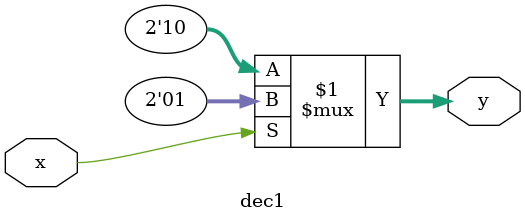
<source format=v>

`timescale 1 ns / 1 ps

module mips(input         clk, reset,
            output [31:0] pcF,
            input  [31:0] instrF,
            output        memwriteM,
            output [3:0]  byteenM,
            output [31:0] aluoutM, writedataM,
            input  [31:0] readdataM,
            input         instrackF, dataackM);

  wire [5:0]  opD, functD;
  wire [4:0]  rsD, rtD, rdD;
  wire        regdstE, alusrcE, 
              unsignedD, loadsignedM, rdsrcD, linkD, linkE, luiE,
              overflowableE, overflowE,
              memtoregE, memtoregM, memtoregW, regwriteE, regwriteM, regwriteW,
              byteM, hardwordM,
              aeqzD, aeqbD, agtzD, altzD,
              bdsF, bdsD, bdsE, bdsM,
              syscallE, breakE, riI, fpu,
              adesableE, adelableE, adesthrownE, misaligned;
  wire [2:0]  alushcontrolE;
  wire [1:0]  pcbranchsrcD, aluoutsrcE, pcsrcFD, excstage;
  wire        flushE, flushM;
  wire [31:0] cop0readD, writedataW;
  wire [31:0] pcD, pcE, pcM, pcW;
  wire [4:0]  writeregW;

  // Globals
  wire        re, swc, isc, exception;

  controller c(clk, reset, exception, opD, functD, rsD, rtD, flushE, flushM,
               aeqzD, aeqbD, agtzD, altzD, 
               memtoregE, memtoregM, memtoregW, memwriteM, 
               byteM, halfwordM, branchD,
               alusrcE, unsignedD, loadsignedM,
               regdstE, regwriteE, regwriteM, 
               regwriteW, jumpD, overflowableE,
               aluoutsrcE, alushcontrolE, linkD, linkE, luiE,
               rdsrcD, pcsrcFD, pcbranchsrcD, cop0writeW, 
               bdsF, bdsD, bdsE, bdsM,
               syscallE, breakE, riI, fpuE,
               adesableE, adelableE, adesthrownE);
  datapath dp(clk, reset, memtoregE, memtoregM, memtoregW, byteM, halfwordM,
              branchD, 
              unsignedD, loadsignedM, alusrcE, regdstE, regwriteE, 
              regwriteM, regwriteW, jumpD, aluoutsrcE, linkD, linkE, luiE,
              rdsrcD, pcsrcFD, pcbranchsrcD, alushcontrolE, cop0readD,
              pcF, pcD, pcE, pcM, pcW, instrF,
              aluoutM, writedataM, readdataM, instrackF, dataackM, 
              exception, excstage,
              opD, functD, rsD, rtD, rdD, aeqzD, aeqbD, agtzD, altzD, 
              flushE, flushM, overflowE,
              writedataW, writeregW, byteenM, misaligned);

  coprocessor0 cop0(clk, reset, cop0writeW, rdD, writeregW, writedataW, 
                    overflowableE, overflowE, pcF, pcD, pcE, pcM, pcW,
                    bdsF, bdsD, bdsE, bdsM,
                    syscallE, breakE, riI, fpuE,
                    adesableE, adelableE, adesthrownE, misaligned, 
                    cop0readD, re, swc, isc, exception, excstage
                    );
endmodule

module controller(input        clk, reset, exception,
                  input  [5:0] opD, functD,
                  input  [4:0] rsD, rtD,
                  input        flushE, flushM,
                  input        aeqzD, aeqbD, agtzD, altzD,
                  output       memtoregE, memtoregM, memtoregW, memwriteM,
                  output       byteM, halfwordM,
                  output       branchD, alusrcE, unsignedD, 
                  output       loadsignedM,
                  output       regdstE, regwriteE, regwriteM, regwriteW,
                  output       jumpD, overflowableE,
                  output [1:0] aluoutsrcE, 
                  output [2:0] alushcontrolE, 
                  output       linkD, linkE, luiE,
                  output       rdsrcD, 
                  output [1:0] pcsrcFD, pcbranchsrcD,
                  output       cop0writeW, bdsF, bdsD, bdsE, bdsM,
                  output       syscallE, breakE, riI, fpuE,
                  output       adesableE, adelableE, adesthrownE);

  wire       memtoregD, memwriteD, alusrcD, mainregwrite, luiD,
             regdstD, regwriteD, maindecuseshifterD, maindecregdstD, 
             alushdecoverflowableD, maindecoverflowableD, overflowableD,
             useshifterD, cop0readD, cop0writeD, rfeD,
             loadsignedD, loadsignedE,
	           syscallD, breakD, riD, fpuD,
             adesableD, adelableD, adesthrownD;
  wire       byteD, halfwordD, byteE, halfwordE;
  reg  [1:0] aluoutsrcD;
  wire       ltD, gtD, eqD, brsrcD;
  wire [2:0] alushcontmaindecD, alushcontrolD;
  wire       memwriteE;
  wire       cop0writeE, cop0writeM;

  assign #1 regwriteD = mainregwrite | linkD | cop0readD;
  assign #1 regdstD = maindecregdstD | cop0writeD;
  assign #1 overflowableD = maindecoverflowableD | alushdecoverflowableD;
  assign #1 bdsF = branchD | jumpD;

  maindec md(opD, memtoregD, memwriteD, byteD, halfwordD, loadsignedD,
             alusrcD, maindecregdstD, mainregwrite, unsignedD, luiD,
             maindecuseshifterD, maindecoverflowableD, alushcontmaindecD,
             riD, fpuD, adesableD, adelableD);

  alushdec  ad(functD, maindecuseshifterD, alushcontmaindecD, useshifterD,
             alushcontrolD, alushdecoverflowableD, syscallD, breakD);

  branchdec bd(opD, rtD, functD, jumpD, branchD, ltD, gtD, eqD, brsrcD, linkD);

  branchcontroller  bc(reset, exception, jumpD, branchD, linkD, aeqzD, aeqbD, 
                       agtzD, altzD, 
                       ltD, gtD, eqD, brsrcD, rdsrcD, pcsrcFD, pcbranchsrcD);
  
  cop0dec c0dec(opD, rsD, functD, cop0readD, cop0writeD, rfeD); 

  // Chooses which component is selected as aluout
  always @ ( * )
    if(linkD)
      aluoutsrcD <= 2'b10; // PC+8
    else if (cop0readD)
      aluoutsrcD <= 2'b11; // cop0 read
    else if (useshifterD)
      aluoutsrcD <= 2'b01; // shifter
    else
      aluoutsrcD <= 2'b00; // alu

  // pipeline registers
  floprc #(1) regD(clk, reset, flushE, {bdsF}, {bdsD});
  floprc #(24) regE(clk, reset, flushE,
                  {memtoregD, memwriteD, alusrcD, regdstD, regwriteD, 
                  aluoutsrcD, alushcontrolD, loadsignedD, luiD, cop0writeD,
                  byteD, halfwordD, overflowableD, bdsD,
		              syscallD, breakD, riD, fpuD,
		              adesableD, adelableD, adesthrownD}, 
                  {memtoregE, memwriteE, alusrcE, regdstE, regwriteE,  
                  aluoutsrcE, alushcontrolE, loadsignedE, luiE, cop0writeE,
                  byteE, halfwordE, overflowableE, bdsE,
		              syscallE, breakE, riE, fpuE,
		              adesableE, adelableE, adesthrownE});
  floprc #(8) regM(clk, reset, flushM,
                  {memtoregE, memwriteE, regwriteE, cop0writeE, loadsignedE,
                  byteE, halfwordE, bdsE},
                  {memtoregM, memwriteM, regwriteM, cop0writeM, loadsignedM,
                  byteM, halfwordM, bdsM});
  flopr #(3) regW(clk, reset, 
                  {memtoregM, regwriteM, cop0writeM},
                  {memtoregW, regwriteW, cop0writeW});
endmodule

module maindec(input  [5:0] op,
               output       memtoreg, memwrite, byte, halfword, loadsignedD,
               output       alusrc,
               output       regdst, regwrite, 
               output       unsignedD, lui, useshift, overflowable,
               output [2:0] alushcontrol,
               output       riD, fpuD,
               output       adesableD, adelableD);

  reg [16:0] controls;
 
  assign {regwrite, /* regwrite is also enabled by branchdec and cop0dec */
          regdst,   /* regdst is also enabled by cop0dec */ 
          overflowable, /* overflowable is also enabled by alushdec */
          alusrc,
          memwrite,
          memtoreg, byte, halfword, loadsignedD,
          useshift, alushcontrol /* 3 bits */,
          unsignedD, lui, adesableD, adelableD} = controls;

  // we're just wiring it together for now.	  
  assign { riD, fpuD } = 4'b00;

  always @ ( * )
    case(op)
      6'b000000: controls <= 17'b11000000001010000; //R-type
      6'b000001: controls <= 17'b01000000001010000; //Opcode 1 (branches)
      6'b100000: controls <= 17'b10010110100100000; //LB (assume big endian)
      6'b100001: controls <= 17'b10010101100100001; //LH
      6'b100011: controls <= 17'b10010100100100001; //LW
      6'b100100: controls <= 17'b10010110000101000; //LBU
      6'b100101: controls <= 17'b10010101000101000; //LHU
      6'b101000: controls <= 17'b00011010000100000; //SB
      6'b101001: controls <= 17'b00011001000100010; //SH
      6'b101011: controls <= 17'b00011000000100010; //SW
      6'b001000: controls <= 17'b10110000000100000; //ADDI (treated as ADDIU)
      6'b001001: controls <= 17'b10010000000100000; //ADDIU
      6'b001010: controls <= 17'b10010000001110000; //SLTI
      6'b001011: controls <= 17'b10010000000110000; //SLTIU 
      6'b001100: controls <= 17'b10010000000001000; //ANDI
      6'b001101: controls <= 17'b10010000000011000; //ORI
      6'b001110: controls <= 17'b10010000001001000; //XORI
      6'b001111: controls <= 17'b10010000010101100; //LUI
      6'b000010: controls <= 17'b00000000000100000; //J
      6'b000011: controls <= 17'b11000000000100000; //JAL
      6'b000100: controls <= 17'b00000000001100000; //BEQ
      6'b000101: controls <= 17'b00000000001100000; //BNE
      6'b000110: controls <= 17'b00000000001100000; //BLEZ
      6'b000111: controls <= 17'b00000000001100000; //BGTZ
      6'b010000: controls <= 17'b00000000000100000; //MFC0, MTC0, RFE
      default:   
        begin
          // TODO: unknown opcodes should throw an exception
          controls <= 17'bxxxxxxxxxxxxxxxxx;  //???
          //$stop;
        end
    endcase

endmodule

// ALU and Shifter decoders
module alushdec(input      [5:0] funct,
                input            maindecuseshifter, 
                input      [2:0] alushmaincontrol,
                output           useshifter, /* True when using shifts */
                output     [2:0] alushcontrol,
                output           overflowable, syscallD, breakD);

  reg [3:0] functcontrol;
  wire usefunct;

  // The pattern 0101 indicates that we have an R-type and should use the 
  // funct code (0101 is also the nor command, of which there is no immediate
  // equivalent; hence 0101 is available)
  assign #1 usefunct = ({maindecuseshifter, alushmaincontrol} == 4'b0101);
  assign #1 {useshifter, alushcontrol} = 
    (usefunct ? functcontrol : {maindecuseshifter, alushmaincontrol});

  assign #1 overflowable = (usefunct &   (funct == 6'b100000)   // ADD
                                       | (funct == 6'b100010)); // SUB
                                       
  assign #1 syscallD = (usefunct & funct == 6'b001100);
  assign #1 breakD = (usefunct & funct == 6'b001100);
  
  always @ ( * )
      case(funct)
          // ALU Ops
          6'b100000: functcontrol <= 4'b0010; // ADD (same as ADDU)
          6'b100001: functcontrol <= 4'b0010; // ADDU
          6'b100010: functcontrol <= 4'b0110; // SUB (same as SUBU)
          6'b100011: functcontrol <= 4'b0110; // SUBU
          6'b100100: functcontrol <= 4'b0000; // AND
          6'b100101: functcontrol <= 4'b0001; // OR
          6'b100110: functcontrol <= 4'b0100; // XOR
          6'b100111: functcontrol <= 4'b0101; // NOR
          6'b101010: functcontrol <= 4'b0111; // SLT
          6'b101011: functcontrol <= 4'b0011; // SLTU

          // Shift Ops
          // The lower 3 bits are: {constant, left, rightassociative}
          6'b000000: functcontrol <= 4'b1110; // SLL
          6'b000010: functcontrol <= 4'b1100; // SRL
          6'b000011: functcontrol <= 4'b1101; // SRA
          6'b000100: functcontrol <= 4'b1010; // SLLV
          6'b000110: functcontrol <= 4'b1000; // SRLV
          6'b000111: functcontrol <= 4'b1001; // SRAV

          // Branch Ops (These are all don't cares)

          default:   functcontrol <= 4'bxxxx; // ???
      endcase
endmodule

// Branch decoder
module branchdec(input  [5:0] op,
                 input  [4:0] rt,
                 input  [5:0] funct,
                 output       jump,
                 output       branch,
                 output       lt, gt, eq, src,
                 output       link);

  reg [6:0] controls;

  assign #1 {jump, branch, lt, gt, eq, src, link} = controls;

  always @ ( * )
    case(op)
      6'b000010: controls <= 7'b1011100;      // J
      6'b000011: controls <= 7'b1011101;      // JAL
      6'b000000: // R-type
        case(funct)
          6'b001000: controls <= 7'b1011110;  // JR
          6'b001001: controls <= 7'b1011111;  // JALR
          default:   controls <= 7'b0000000;  // Another R-type, no branching
        endcase
      6'b000001: // Opcode 1
        case(rt)
          5'b00000: controls <= 7'b0110000;   // BLTZ
          5'b00001: controls <= 7'b0101100;   // BGEZ
          5'b10000: controls <= 7'b0110001;   // BLTZAL
          5'b10001: controls <= 7'b0101101;   // BGEZAL
          default:  controls <= 7'bxxxxxxx;   // Error, unsupported instruction
        endcase
      6'b000100: controls <= 7'b0100110;      // BEQ
      6'b000101: controls <= 7'b0111010;      // BNE
      6'b000110: controls <= 7'b0110100;      // BLEZ
      6'b000111: controls <= 7'b0101000;      // BGTZ
      default:   controls <= 7'b0000000;      // All others, no branching
    endcase
endmodule

module cop0dec(input [5:0] op,
               input [4:0] rs,
               input [5:0] funct,
               output      cop0read, cop0write, rfe);

  // TODO: move signals like this to the main decoder            
  wire opcode16 = (op == 6'b010000);

  assign #1 cop0read = (opcode16 & (rs == 5'b00000));                    // MFC0
  assign #1 cop0write = (opcode16 & (rs == 5'b00100));                   // MTC0
  assign #1 rfe = (opcode16 & (rs == 5'b10000) & (funct == 6'b010000));  // RFE

endmodule

module datapath(input         clk, reset,
                input         memtoregE, memtoregM, memtoregW, byteM, halfwordM,
                input         branchD, unsignedD, loadsignedM,
                input         alusrcE, regdstE,
                input         regwriteE, regwriteM, regwriteW, 
                input         jumpD, 
                input  [1:0]  aluoutsrcE, 
                input         linkD, linkE, luiE,
                input         rdsrcD, 
                input  [1:0]  pcsrcFD, pcbranchsrcD,
                input  [2:0]  alushcontrolE,
                input  [31:0] cop0readD,
                output [31:0] pcF, pcD, pcE, pcM, pcW,
                input  [31:0] instrF,
                output [31:0] aluoutM, writedata2M,
                input  [31:0] readdataM, 
                input         instrackF, dataackM, exception,
                input  [1:0]  excstage,
                output [5:0]  opD, functD,
                output [4:0]  rsD, rtD, rdD,
                output        aeqzD, aeqbD, agtzD, altzD,
                output        flushE, flushM, overflowE,
                output [31:0] writedataW,
                output [4:0]  writeregW,
                output [3:0]  byteenM,
                output        misaligned);

  parameter RESETVECTORUNCACHED = 32'hbfc00000;
  parameter EXCEPTIONVECTORUNCACHED = 32'hbfc00100;
  // Curretly, cached exceptions are not supported
  parameter EXCEPTIONVECTORCACHED = 32'h9fc00100;  // TODO: Double-check value

  wire        forwardaD, forwardbD;
  wire [1:0]  forwardaE, forwardbE;
  wire        stallF, flushD;
  wire [4:0]  rd2D, rsE, rtE, rdE;
  wire [4:0]  writeregE, writeregM;
  wire [31:0] writedataM;
  wire [7:0]  rbyteM;
  wire [15:0] rhalfwordM;
  wire [31:0] rbyteextM, rhalfwordextM, readdata2M;
  wire [3:0]  bytebyteenM, halfwordbyteenM;
  wire [31:0] pcnextFD, pcnextbrFD, pcplus4F;
  wire [31:0] signimmD, signimmE;
  wire [31:0] srcaD, srca2D, srcaE, srca2E;
  wire [31:0] srcbD, srcb2D, srcbE, srcb2E, srcb3E;
  wire [31:0] pcplus8D, pcplus8E, instrD, branchtargetD;
  wire [31:0] aluresultE, shiftresultE, cop0readE;
  wire [31:0] aluoutE, aluoutW;
  wire [31:0] readdataW, resultW;


  // hazard detection
  hazard    h(rsD, rtD, rsE, rtE, writeregE, writeregM, writeregW, 
              regwriteE, regwriteM, regwriteW, 
              memtoregE, memtoregM, branchD,
              instrackF, dataackM, exception, excstage,
              forwardaD, forwardbD, forwardaE, forwardbE,
              stallF, stallD, flushD, flushE, flushM);

  // next PC logic (operates in fetch and decode)
  mux4 #(32)  pcmux(RESETVECTORUNCACHED, EXCEPTIONVECTORUNCACHED,
                    pcplus4F, pcnextbrFD, pcsrcFD, pcnextFD); 

  // register file (operates in decode and writeback)
  regfile     rf(clk, regwriteW, rsD, rtD, writeregW,
                 resultW, srcaD, srcbD);

  // Fetch stage logic
  flopenr #(32) pcreg(clk, reset, ~stallF, pcnextFD, pcF);
  adder       pcadd1(pcF, 32'b100, pcplus4F);

  // Decode stage 
  flopenr #(32) r3D(clk, reset, ~stallD, pcF, pcD);
  flopenrc #(32) r2D(clk, reset, ~stallD, flushD, instrF, instrD);
  signext #(16,32) se(instrD[15:0], ~unsignedD, signimmD);
  mux2 #(32)  forwardadmux(srcaD, aluoutM, forwardaD, srca2D);
  mux2 #(32)  forwardbdmux(srcbD, aluoutM, forwardbD, srcb2D);
  eqcmp       comp(srca2D, srcb2D, equalD);
  adder       pcadd2(pcD, 32'b1000, pcplus8D);
  adder btadd(pcD, {signimmD[29:0], 2'b00}, branchtargetD);
  // TODO: Make these into individual modules
  assign #1 {aeqzD, aeqbD, agtzD, altzD} = {srca2D == 0, srca2D == srcb2D, 
                                            ~srca2D[31] & (srca2D[30:0] !== 0),
                                            srca2D[31]};
  mux3 #(32)  pcbranchmux(branchtargetD, {pcD[31:28], instrD[25:0], 2'b00}, 
                          srca2D, pcbranchsrcD, pcnextbrFD);
  mux2 #(5)  rdmux(rdD, 5'b11111, rdsrcD, rd2D);

  // Instruction breakdown
  assign opD = instrD[31:26];
  assign functD = instrD[5:0];
  assign rsD = instrD[25:21];
  assign rtD = instrD[20:16];
  assign rdD = instrD[15:11];

  // Execute stage 
  floprc #(32) r1E(clk, reset, flushE, srcaD, srcaE);
  floprc #(32) r2E(clk, reset, flushE, srcbD, srcbE);
  floprc #(32) r3E(clk, reset, flushE, signimmD, signimmE);
  floprc #(5)  r4E(clk, reset, flushE, rsD, rsE);
  floprc #(5)  r5E(clk, reset, flushE, rtD, rtE);
  floprc #(5)  r6E(clk, reset, flushE, rd2D, rdE);
  floprc #(32) r7E(clk, reset, flushE, pcplus8D, pcplus8E);
  floprc #(32) r8E(clk, reset, flushE, cop0readD, cop0readE);
  floprc #(32) r9E(clk, reset, flushE, pcD, pcE);
  mux3 #(32)  forwardaemux(srcaE, resultW, aluoutM, forwardaE, srca2E);
  mux3 #(32)  forwardbemux(srcbE, resultW, aluoutM, forwardbE, srcb2E);
  mux2 #(32)  srcbmux(srcb2E, signimmE, alusrcE, srcb3E);
  alu         alu(srca2E, srcb3E, alushcontrolE, aluresultE, overflowE);
  shifter     shifter(srca2E, srcb3E, alushcontrolE, luiE, signimmE[10:6],
                      shiftresultE);
  mux4 #(32)  aluoutmux(aluresultE, shiftresultE, pcplus8E, cop0readE, 
                        aluoutsrcE, aluoutE);

  mux2 #(5)   wrmux(rtE, rdE, regdstE, writeregE);
  assign misaligned = aluoutE[1] | aluoutE[0];

  // Memory stage
  floprc #(32) r1M(clk, reset, flushM, srcb2E, writedataM);
  floprc #(32) r2M(clk, reset, flushM, aluoutE, aluoutM);
  floprc #(5)  r3M(clk, reset, flushM, writeregE, writeregM);
  floprc #(32)  r4M(clk, reset, flushM, pcE, pcM);
  mux3 #(32) wdatamux(writedataM, {writedataM[15:0], writedataM[15:0]}, 
                      {writedataM[7:0], writedataM[7:0], writedataM[7:0], 
                       writedataM[7:0]}, 
                      {byteM, halfwordM}, writedata2M);
  // Byte encoding logic for store operations
  dec2 bytebyteendec(aluoutM[1:0], bytebyteenM);
  mux2 #(4) halfwbyteendec(4'b0011, 4'b1100, aluoutM[1], halfwordbyteenM);
  mux3 #(4) byteenmux(4'b1111, halfwordbyteenM, bytebyteenM, 
                      {byteM, halfwordM}, byteenM);
  // Load conversionts
  mux4 #(8) rbytemux(readdataM[7:0], readdataM[15:8], readdataM[23:16], 
                        readdataM[31:24], aluoutM[1:0], rbyteM);
  mux2 #(16) rhalfwordmux(readdataM[15:0], readdataM[31:16], aluoutM[1],
                          rhalfwordM);
  signext #(8, 32) rbytesignext(rbyteM, loadsignedM, rbyteextM);
  signext #(16, 32) rhalfwsignext(rhalfwordM, loadsignedM, rhalfwordextM);
  mux3 #(32) readmux(readdataM, rhalfwordextM, rbyteextM, {byteM, halfwordM},
                     readdata2M);

  // Writeback stage
  flopr #(32) r1W(clk, reset, aluoutM, aluoutW);
  flopr #(32) r2W(clk, reset, readdata2M, readdataW);
  flopr #(5)  r3W(clk, reset, writeregM, writeregW);
  flopr #(32) r4W(clk, reset, writedataM, writedataW);
  flopr #(32) r5W(clk, reset, pcM, pcW);
  mux2 #(32)  resmux(aluoutW, readdataW, memtoregW, resultW);

endmodule

module coprocessor0(input             clk, reset,
                    input             cop0writeW, 
                    input      [4:0]  readaddress, writeaddress,
                    input      [31:0] writecop0W,
                    input             overflowableE, overflowE,
                    input      [31:0] pcF, pcD, pcE, pcM, pcW,
                    input             bdsF, bdsD, bdsE, bdsM,
                    input             syscallE, breakE, riI, fpuE,
                    input             adesableE, adelableE, adesthrownE, misaligned,  
                    output reg [31:0] readvalue,
                    output            re,   // reverse endianess
                                      swc,  // swap caches
                                      isc,  // isolate cache
                                      exception,
                    output     [1:0]  excstage
                    );

  wire [31:0] statusreg, causereg, epc;
  wire [7:0]  im;    // Interupt mask
  wire [4:0]  exccode;
  wire        branchdelay; 

  // To become inputs some time:
  wire [7:0]  pendinginterupts;
  assign #1 pendinginterupts = 0;


  exceptionunit excu(clk, reset, overflowableE, overflowE, 
                     bdsF, bdsD, bdsE, bdsM,
                     syscallE, breakE, riI, fpuE,
                     adesableE, adelableE, adesthrownE, misaligned,
                     exception, branchdelay, exccode, 
                     excstage);
  epcunit       epcu(clk, exception, branchdelay, excstage, pcF, pcD, pcE, pcM,
                     pcW, epc);
  statusregunit sr(clk, reset, cop0writeW & (writeaddress == 5'b01100), 
                   writecop0W, statusreg, re, im, swc, isc);
  causeregunit  cr(clk, branchdelay, pendinginterupts, exccode, 
                   exception, /* write enable determined by exception */
                   causereg);                   
   
  // All cop0 registers can be read
  always @ ( * )
    case(readaddress)
      5'b01100: readvalue <= statusreg;
      5'b01101: readvalue <= causereg;
      5'b01110: readvalue <= epc;
      default:  readvalue <= 32'hxxxxxxxx;
    endcase
endmodule 

module exceptionunit(input            clk, reset,
                     input            overflowableE, overflowE,
                     input            bdsF, bdsD, bdsE, bdsM,
                     input            syscallE, breakE, riI, fpuE,
                     input            adesableE, adelableE, adesthrownE, misaligned,
                     output reg       exception, branchdelay,
                     output reg [4:0] exccode, 
                     output reg [1:0] excstage);

  // TODO: worry about undesired startup exceptions

  // excstage is the stage exception occured in
  // 0 = Fetch, 1 = Decode, 2 = Execute, 3 = Memory
  // (assume writeback does not have exceptions)

  always @ ( * ) // Using posedge clk would add extra clock sycle and likely 
                 // offset everything by one, rendering some of the
                 // subsequent logic incorrect.  Check me on this though.
    begin
      exception = 0;
      branchdelay = 0;
      // This if-tree emphasizes the priority of exceptions.
      if(overflowableE & overflowE) begin
        exception = 1;
        exccode = 12;       // Overflow
        excstage = 2;       // Stage E
        branchdelay = bdsE;
      end
    end
endmodule

module statusregunit(input             clk, reset, writeenable,
                     input      [31:0] writedata,
                     output reg [31:0] statusreg,
                     output            re, 
                     output     [7:0]  im,
                     output            swc, isc);



  wire cu1, bev, ts, pe, cm, pz, kuo, ieo, kup, iep, kuc, iec;

  assign cu1 = 0; // No floating point unit
  assign pe = 0;  // No parity checking
  assign cm = 0;  // Isolated cache feature, not yet implemented
  assign pz = 0;  // Archaic parity feature, not implemented

  assign re  = statusreg[25];  // reverse endianness
  assign bev = statusreg[22];  // not currently implemented
  assign ts  = statusreg[21];  // TLB not implemented
  assign {swc, isc, im} = statusreg[17:7];

  assign {kuo, ieo, kup, iep, kuc, iec} = 6'b0; // No user vs kernel mode


  always @ ( negedge clk )
    begin
      if(writeenable) begin
        statusreg = writedata;
        statusreg[31:30] = 0;
        statusreg[29]    = cu1;
        // bit 28 (cu0) will not have effect since we only run in kernel mode
        statusreg[27:26] = 0;
        // 25 is re
        statusreg[24:23] = 0;
        // 22 and 21 are bev and ts
        statusreg[20] = pe;
        statusreg[19] = cm;
        statusreg[18] = pz;
        // 17 to 8 are swc, isc, and im
        statusreg[7:6] = 0;
        statusreg[5:0] = {kuo, ieo, kup, iep, kuc, iec};
      end
    end
endmodule

module causeregunit(input             clk, branchdelay,
                    input      [7:0]  pendinginterupts,
                    input      [4:0]  exccode,
                    input             writeenable,
                    output reg [31:0] causereg);

  always @ ( posedge clk )
    if(writeenable) begin
      causereg[31] = branchdelay;
      causereg[30] = 0;
      causereg[29:28] = 0; // Coprocessor error -- not sure what's good for
      causereg[27:16] = 0;
      causereg[15:8] = pendinginterupts;
      causereg[7] = 0;
      causereg[6:2] = exccode;
      causereg[1:0] = 0;
    end
endmodule

module epcunit(input             clk, exception, branchdelay,
               input      [1:0]  excstage,
               input      [31:0] pcF, pcD, pcE, pcM, pcW,
               output reg [31:0] epc);

  always @ ( posedge clk )
      if(exception)
        case(excstage)
          2'b00: epc <= (branchdelay ? pcD : pcF);
          2'b01: epc <= (branchdelay ? pcE : pcD);
          2'b10: epc <= (branchdelay ? pcM : pcE);
          2'b11: epc <= (branchdelay ? pcW : pcM);
        endcase
endmodule



module hazard(input  [4:0]     rsD, rtD, rsE, rtE, 
              input  [4:0]     writeregE, writeregM, writeregW,
              input            regwriteE, regwriteM, regwriteW,
              input            memtoregE, memtoregM, branchD, 
              input            instrackF, dataackM, exception,
              input  [1:0]     excstage,
              output           forwardaD, forwardbD,
              output reg [1:0] forwardaE, forwardbE,
              output           stallF, stallD, flushD, flushE, flushM);

  wire lwstallD, branchstallD, instrmissF, datamissM;

  // forwarding sources to D stage (branch equality)
  assign forwardaD = (rsD !=0 & rsD == writeregM & regwriteM);
  assign forwardbD = (rtD !=0 & rtD == writeregM & regwriteM);

  // forwarding sources to E stage (ALU)
  always @( * )
    begin
      forwardaE = 2'b00; forwardbE = 2'b00;
      if (rsE != 0)
        if (rsE == writeregM & regwriteM) forwardaE = 2'b10;
        else if (rsE == writeregW & regwriteW) forwardaE = 2'b01;
      if (rtE != 0)
        if (rtE == writeregM & regwriteM) forwardbE = 2'b10;
        else if (rtE == writeregW & regwriteW) forwardbE = 2'b01;
    end

  // stalls  

  // (This stall was not implemented in R2000)
  assign #1 lwstallD = memtoregE & (rtE == rsD | rtE == rtD);

  // Cache miss delays
  assign #1 datamissM = memtoregM & ~dataackM;

  // This assumes we are reading an instruction every cycle
  assign #1 instrmissF = ~instrackF;

  assign #1 branchstallD = branchD & 
             (regwriteE & ((rsD != 0 & writeregE == rsD) | 
                          (rtD != 0 & writeregE == rtD)) |
              memtoregM & ((rsD != 0 & writeregM == rsD) | 
                          (rtD != 0 & writeregM == rtD)));

  assign #1 stallD = lwstallD | branchstallD | datamissM;
  assign #1 stallF =   stallD      // stalling D stalls all previous stages
                     | instrmissF; // Stall on instruction cache miss

  assign #1 flushD =   instrmissF  // Flush decoder if the instruction is not 
                                   // yet available to enter the decode stage
                     | exception;  // All exceptions invalidate the decod stage

  assign #1 flushE =   stallD // stalling D flushes next stage
                     | (exception & excstage != 2'b00); // flush decoder on all 
                                                        // exceptions but those
                                                        // in the fetch stage
  // flush memory stage when we need to throw out an ALU computation, such as
  // when there is an arithmetic overflow
  assign #1 flushM = (exception & (excstage == 2'b10 | excstage == 2'b11)); 

  // *** not necessary to stall D stage on store if source comes from load;
  // *** instead, another bypass network could be added from W to M
endmodule

module branchcontroller(input             reset, exception, jump, branch, link,
                        input             aeqz, aeqb, agtz, altz,
                        input             lt, gt, eq, src,
                        output reg        rdsrc, 
                        output reg  [1:0] pcsrc,
                        output reg  [1:0] pcbranchsrc);

  always @ ( * )
    begin
      pcsrc = 2'b10; // Default to PC+4
      rdsrc = 1'b0;
      pcbranchsrc = 2'b00; // This is really a don't care
      if(reset) begin
        pcsrc = 2'b00;
      end else if (exception) begin
        pcsrc = 2'b01;
      end else if (jump) begin // Jump
        pcsrc = 2'b11;
        if(src) begin  // Jump using register
          pcbranchsrc = 2'b10;
        end else begin // Jump using immediate
          pcbranchsrc = 2'b01;
          rdsrc = link;
        end
      end else if(branch) begin // Branch
        // All linking branches link to register 31
        rdsrc = link;
        pcbranchsrc = 2'b00;
        if(src) begin // Compare a and b
          if((eq & aeqb) | (~eq & ~aeqb)) begin
            pcsrc = 2'b11;
          end
        end else begin  // Compare a to zero
          if((~eq & ~lt & ~gt) | (eq & aeqz) | (gt & agtz) | (lt & altz)) begin
            pcsrc = 2'b11;
          end
        end
      end
    end
endmodule
           
module alu(input      [31:0] a, b, 
           input      [2:0]  control, 
           output reg [31:0] aluresult,
           output            overflow);

  wire [31:0] b2, sum, aorb;
  wire sltSigned, sltUnsigned;

  assign #1 b2 = control[2] ? ~b:b; 
  assign #1 sum = a + b2 + control[2];
  assign #1 sltSigned = sum[31];
  // a < b is an unsigned comparrison
  assign #1 sltUnsigned = a < b;
  assign #1 aorb = a | b;

  // Overflow assumes add or sub command (cop0 checks whether overflow matters)
  assign #1 overflow = (a[31] == b2[31] & a[31] != sum[31]);

  // ALU Unit
  always@( * )
    case(control[2:0])
      3'b000: aluresult <= #1 a & b;      // and
      3'b001: aluresult <= #1 aorb;       // or
      3'b010: aluresult <= #1 sum;        // add
      3'b110: aluresult <= #1 sum;        // sub
      3'b111: aluresult <= #1 sltSigned;  // slt signed
      3'b011: aluresult <= #1 sltUnsigned;// slt unsigned
      3'b100: aluresult <= #1 a ^ b;      // xor
      3'b101: aluresult <= #1 ~aorb;      // nor
    endcase
endmodule

module shifter(input signed [31:0] a, b,
               input        [2:0] control,
               input              lui,
               input        [4:0] constshift,
               output       [31:0] shiftresult);

  wire [31:0] leftlogical, rightlogical, rightassociative;
  wire [4:0] shiftamount;

  assign leftlogical      = b << shiftamount;
  assign rightlogical     = b >> shiftamount;
  assign rightassociative = b >>> shiftamount;

  // The control bits are: {constant, left, rightassociative}
 
  mux3 #(5)  shamtmux(a[4:0],     // Variable shift taken from a register
                      constshift, // Shift taken from the immediate value
                      5'b10000,   // LUI always shifts by 16
                      {lui, control[2]}, shiftamount);

  mux3 #(32) shresmux(rightlogical, rightassociative, leftlogical, control[1:0],
                      shiftresult);
endmodule

module regfile(input         clk, 
               input         we3, 
               input  [4:0]  ra1, ra2, wa3, 
               input  [31:0] wd3, 
               output [31:0] rd1, rd2);

  reg [31:0] rf[31:0];

  // three ported register file
  // read two ports combinationally
  // write third port on falling edge of clock
  // register 0 hardwired to 0

  always @(negedge clk)
    if (we3) rf[wa3] <= wd3;

  assign #1 rd1 = (ra1 != 0) ? rf[ra1] : 0;
  assign #1 rd2 = (ra2 != 0) ? rf[ra2] : 0;
endmodule

module adder(input  [31:0] a, b,
             output [31:0] y);

  assign #1 y = a + b;
endmodule

module eqcmp(input [31:0] a, b,
             output        eq);

  assign #1 eq = (a == b);
endmodule

module sl2(input  [31:0] a,
           output [31:0] y);

  // shift left by 2
  assign #1 y = {a[29:0], 2'b00};
endmodule

// When disabled, signext acts as a zero extender
module signext #(parameter INPUT = 16, OUTPUT = 32)
               (input  [INPUT-1:0] a,
               input  enable,
               output [OUTPUT-1:0] y);
               
  wire extension;
  
  assign #1 extension = (enable ? a[INPUT-1] : 0);
  assign #1 y = {{OUTPUT-INPUT{extension}}, a};
endmodule

module flopr #(parameter WIDTH = 8)
              (input                  clk, reset,
               input      [WIDTH-1:0] d, 
               output reg [WIDTH-1:0] q);

  always @(posedge clk, posedge reset)
    if (reset) q <= #1 0;
    else       q <= #1 d;
endmodule

module floprc #(parameter WIDTH = 8)
              (input                  clk, reset, clear,
               input      [WIDTH-1:0] d, 
               output reg [WIDTH-1:0] q);

  always @(posedge clk, posedge reset)
    if (reset)      q <= #1 0;
    else if (clear) q <= #1 0;
    else            q <= #1 d;
endmodule

module flopenr #(parameter WIDTH = 8)
                (input                  clk, reset,
                 input                  en,
                 input      [WIDTH-1:0] d, 
                 output reg [WIDTH-1:0] q);
 
  always @(posedge clk, posedge reset)
    if      (reset) q <= #1 0;
    else if (en)    q <= #1 d;
endmodule

module flopenrc #(parameter WIDTH = 8)
                 (input                  clk, reset,
                  input                  en, clear,
                  input      [WIDTH-1:0] d, 
                  output reg [WIDTH-1:0] q);
 
  always @(posedge clk, posedge reset)
    if      (reset) q <= #1 0;
    else if (clear) q <= #1 0;
    else if (en)    q <= #1 d;
endmodule

module mux2 #(parameter WIDTH = 8)
             (input  [WIDTH-1:0] d0, d1, 
              input              s, 
              output [WIDTH-1:0] y);

  assign #1 y = s ? d1 : d0; 
endmodule

module mux3 #(parameter WIDTH = 8)
             (input  [WIDTH-1:0] d0, d1, d2,
              input  [1:0]       s, 
              output [WIDTH-1:0] y);

  assign #1 y = s[1] ? d2 : (s[0] ? d1 : d0); 
endmodule

module mux4 #(parameter WIDTH = 8)
             (input  [WIDTH-1:0] d0, d1, d2, d3,
              input  [1:0]       s, 
              output [WIDTH-1:0] y);

  assign #1 y = s[1] ? (s[0] ? d3 : d2)
                     : (s[0] ? d1 : d0); 
endmodule

// Basic one hot decoders, eg b10 -> b0100
module dec2 (input  [1:0] x,
             output [3:0] y);

  assign #1 y = (x[0] ? (x[1] ? 4'b1000 : 4'b0010)
                      : (x[1] ? 4'b0100 : 4'b0001));
endmodule

module dec1 (input        x,
             output [1:0] y);

  assign #1 y = (x ? 2'b01 : 2'b10);
endmodule

</source>
